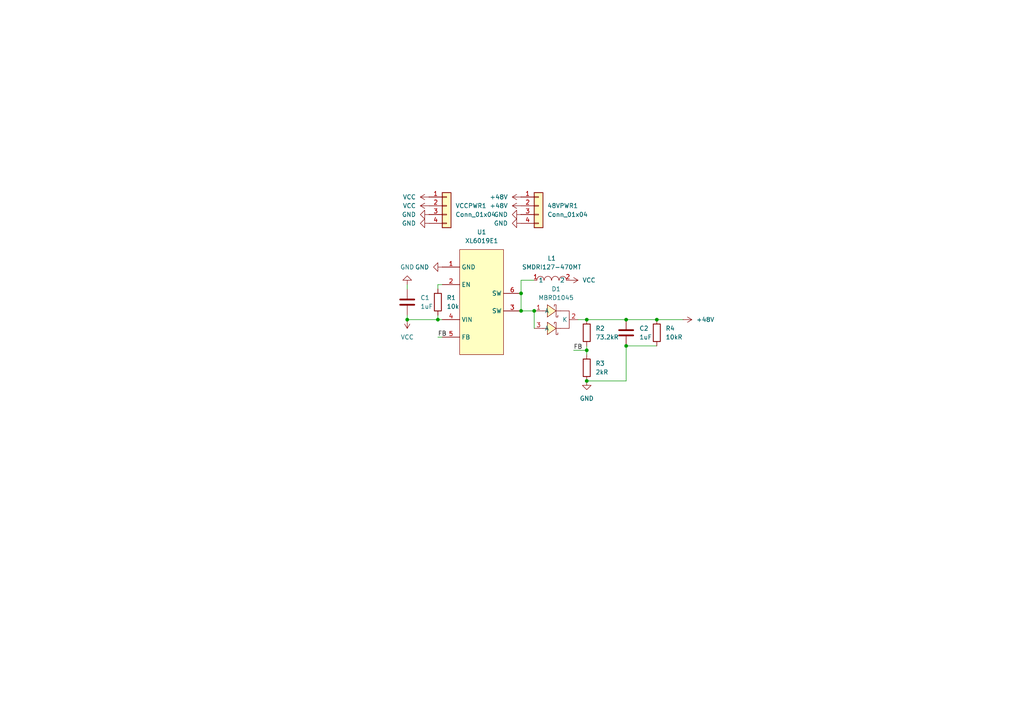
<source format=kicad_sch>
(kicad_sch (version 20231120) (generator "eeschema") (generator_version "8.0")
  (paper "A4")
  (lib_symbols
    (symbol "Connector_Generic:Conn_01x04" (pin_names (offset 1.016) hide)
      (property "Reference" "J" (at 0 5.08 0))
      (property "Value" "Conn_01x04" (at 0 -7.62 0))
      (symbol "Conn_01x04_1_1"
        (rectangle (start -1.27 -4.953) (end 0 -5.207) (stroke (width 0.1524)))
        (rectangle (start -1.27 -2.413) (end 0 -2.667) (stroke (width 0.1524)))
        (rectangle (start -1.27 0.127) (end 0 -0.127) (stroke (width 0.1524)))
        (rectangle (start -1.27 2.667) (end 0 2.413) (stroke (width 0.1524)))
        (rectangle (start -1.27 3.81) (end 1.27 -6.35) (stroke (width 0.254)) (fill (type background)))
        (pin passive line (at -5.08 2.54 0) (length 3.81) (name "Pin_1") (number "1"))
        (pin passive line (at -5.08 0 0) (length 3.81) (name "Pin_2") (number "2"))
        (pin passive line (at -5.08 -2.54 0) (length 3.81) (name "Pin_3") (number "3"))
        (pin passive line (at -5.08 -5.08 0) (length 3.81) (name "Pin_4") (number "4"))
      )
    )
    (symbol "Device:C" (pin_numbers hide) (pin_names (offset 0.254))
      (property "Reference" "C" (at 0.635 2.54 0))
      (property "Value" "C" (at 0.635 -2.54 0))
      (symbol "C_0_1"
        (polyline (pts (xy -2.032 -0.762) (xy 2.032 -0.762)) (stroke (width 0.508)))
        (polyline (pts (xy -2.032 0.762) (xy 2.032 0.762)) (stroke (width 0.508)))
      )
      (symbol "C_1_1"
        (pin passive line (at 0 3.81 270) (length 2.794) (name "~") (number "1"))
        (pin passive line (at 0 -3.81 90) (length 2.794) (name "~") (number "2"))
      )
    )
    (symbol "Device:R" (pin_numbers hide) (pin_names (offset 0))
      (property "Reference" "R" (at 2.032 0 90))
      (property "Value" "R" (at 0 0 90))
      (symbol "R_0_1"
        (rectangle (start -1.016 -2.54) (end 1.016 2.54) (stroke (width 0.254)))
      )
      (symbol "R_1_1"
        (pin passive line (at 0 3.81 270) (length 1.27) (name "~") (number "1"))
        (pin passive line (at 0 -3.81 90) (length 1.27) (name "~") (number "2"))
      )
    )
    (symbol "EasyEDA:MBRD1045"
      (property "Reference" "D" (at 0 7.62 0))
      (property "Value" "MBRD1045" (at 0 -7.62 0))
      (symbol "MBRD1045_0_1"
        (polyline (pts (xy -3.81 -2.54) (xy -2.54 -2.54)))
        (polyline (pts (xy -3.81 2.54) (xy -2.54 2.54)))
        (polyline (pts (xy 0 -2.54) (xy 1.27 -2.54)))
        (polyline (pts (xy 0 2.54) (xy 1.27 2.54)))
        (polyline (pts (xy -2.54 -4.32) (xy 0 -2.54) (xy -2.54 -0.76) (xy -2.54 -4.32)) (fill (type background)))
        (polyline (pts (xy -2.54 0.76) (xy 0 2.54) (xy -2.54 4.32) (xy -2.54 0.76)) (fill (type background)))
        (polyline (pts (xy 1.27 2.54) (xy 3.81 2.54) (xy 3.81 -2.54) (xy 1.27 -2.54)))
        (polyline (pts (xy 0.51 -3.81) (xy 0.51 -4.32) (xy 0 -4.32) (xy 0 -0.76) (xy -0.51 -0.76) (xy -0.51 -1.27)))
        (polyline (pts (xy 0.51 1.27) (xy 0.51 0.76) (xy 0 0.76) (xy 0 4.32) (xy -0.51 4.32) (xy -0.51 3.81)))
        (pin unspecified line (at -6.35 2.54 0) (length 2.54) (name "A") (number "1"))
        (pin unspecified line (at 6.35 0 180) (length 2.54) (name "K") (number "2"))
        (pin unspecified line (at -6.35 -2.54 0) (length 2.54) (name "A") (number "3"))
      )
    )
    (symbol "EasyEDA:SMDRI127-470MT"
      (property "Reference" "L" (at 0 5.08 0))
      (property "Value" "SMDRI127-470MT" (at 0 -5.08 0))
      (symbol "SMDRI127-470MT_0_1"
        (arc (start -4.29 -0.02) (mid -2.52 -0.79) (end -2.27 -0.02))
        (arc (start -2.13 -0.02) (mid -0.36 -0.79) (end -0.11 -0.02))
        (arc (start 0.02 -0.02) (mid 1.79 -0.79) (end 2.04 -0.02))
        (arc (start 2.21 -0.02) (mid 3.3 -1.12) (end 4.23 -0.02))
        (pin unspecified line (at -5.08 0 0) (length 0.762) (name "1") (number "1"))
        (pin unspecified line (at 5.08 0 180) (length 0.762) (name "2") (number "2"))
      )
    )
    (symbol "EasyEDA:XL6019E1"
      (property "Reference" "U" (at 0 15.24 0))
      (property "Value" "XL6019E1" (at 0 -15.24 0))
      (symbol "XL6019E1_0_1"
        (rectangle (start -6.35 15.24) (end 6.35 -15.24) (fill (type background)))
      )
      (symbol "XL6019E1_1_1"
        (pin power_in line (at 11.43 -10.16 180) (length 5.08) (name "GND") (number "1"))
        (pin input line (at 11.43 -5.08 180) (length 5.08) (name "EN") (number "2"))
        (pin power_out line (at -11.43 2.54 0) (length 5.08) (name "SW") (number "3"))
        (pin power_in line (at 11.43 5.08 180) (length 5.08) (name "VIN") (number "4"))
        (pin input line (at 11.43 10.16 180) (length 5.08) (name "FB") (number "5"))
        (pin power_out line (at -11.43 -2.54 0) (length 5.08) (name "SW") (number "6"))
      )
    )
    (symbol "power:+48V" (power) (pin_numbers hide) (pin_names (offset 0) hide)
      (property "Value" "+48V" (at 0 3.556 0))
      (symbol "+48V_0_1"
        (polyline (pts (xy -0.762 1.27) (xy 0 2.54)))
        (polyline (pts (xy 0 0) (xy 0 2.54)))
        (polyline (pts (xy 0 2.54) (xy 0.762 1.27)))
      )
      (symbol "+48V_1_1"
        (pin power_in line (at 0 0 90) (length 0) (name "~") (number "1"))
      )
    )
    (symbol "power:GND" (power) (pin_numbers hide) (pin_names (offset 0) hide)
      (property "Value" "GND" (at 0 -3.81 0))
      (symbol "GND_0_1"
        (polyline (pts (xy 0 0) (xy 0 -1.27) (xy 1.27 -1.27) (xy 0 -2.54) (xy -1.27 -1.27) (xy 0 -1.27)))
      )
      (symbol "GND_1_1"
        (pin power_in line (at 0 0 270) (length 0) (name "~") (number "1"))
      )
    )
    (symbol "power:VCC" (power) (pin_numbers hide) (pin_names (offset 0) hide)
      (property "Value" "VCC" (at 0 3.556 0))
      (symbol "VCC_0_1"
        (polyline (pts (xy -0.762 1.27) (xy 0 2.54)))
        (polyline (pts (xy 0 0) (xy 0 2.54)))
        (polyline (pts (xy 0 2.54) (xy 0.762 1.27)))
      )
      (symbol "VCC_1_1"
        (pin power_in line (at 0 0 90) (length 0) (name "~") (number "1"))
      )
    )
  )
  (junction (at 181.61 100.33))
  (junction (at 154.94 90.17))
  (junction (at 181.61 92.71))
  (junction (at 127 92.71))
  (junction (at 170.18 101.6))
  (junction (at 151.13 85.09))
  (junction (at 170.18 110.49))
  (junction (at 170.18 92.71))
  (junction (at 151.13 90.17))
  (junction (at 118.11 92.71))
  (junction (at 190.5 92.71))
  (wire (pts (xy 166.37 101.6) (xy 170.18 101.6)))
  (wire (pts (xy 167.64 92.71) (xy 170.18 92.71)))
  (wire (pts (xy 118.11 82.55) (xy 118.11 83.82)))
  (wire (pts (xy 181.61 100.33) (xy 181.61 110.49)))
  (wire (pts (xy 181.61 110.49) (xy 170.18 110.49)))
  (wire (pts (xy 151.13 90.17) (xy 154.94 90.17)))
  (wire (pts (xy 170.18 100.33) (xy 170.18 101.6)))
  (wire (pts (xy 118.11 92.71) (xy 127 92.71)))
  (wire (pts (xy 127 83.82) (xy 127 82.55)))
  (wire (pts (xy 170.18 92.71) (xy 181.61 92.71)))
  (wire (pts (xy 127 92.71) (xy 127 91.44)))
  (wire (pts (xy 127 82.55) (xy 128.27 82.55)))
  (wire (pts (xy 190.5 92.71) (xy 198.12 92.71)))
  (wire (pts (xy 154.94 90.17) (xy 154.94 95.25)))
  (wire (pts (xy 181.61 92.71) (xy 190.5 92.71)))
  (wire (pts (xy 128.27 92.71) (xy 127 92.71)))
  (wire (pts (xy 151.13 85.09) (xy 151.13 90.17)))
  (wire (pts (xy 151.13 81.28) (xy 151.13 85.09)))
  (wire (pts (xy 181.61 100.33) (xy 190.5 100.33)))
  (wire (pts (xy 118.11 92.71) (xy 118.11 91.44)))
  (wire (pts (xy 127 97.79) (xy 128.27 97.79)))
  (wire (pts (xy 170.18 101.6) (xy 170.18 102.87)))
  (wire (pts (xy 154.94 81.28) (xy 151.13 81.28)))
  (label "FB" (at 127 97.79 0))
  (label "FB" (at 166.37 101.6 0))
  (symbol (lib_id "Device:R") (at 127 87.63 0) (unit 1)
    (property "Reference" "R1" (at 129.54 86.3599 0) (effects (justify left)))
    (property "Value" "10k" (at 129.54 88.8999 0) (effects (justify left)))
    (property "Footprint" "Resistor_SMD:R_1206_3216Metric_Pad1.30x1.75mm_HandSolder" (effects (hide yes)))
    (property "Description" "Resistor" (effects (hide yes)))
  )
  (symbol (lib_id "power:GND") (at 124.46 64.77 270) (unit 1)
    (property "Reference" "#PWR010" (effects (hide yes)))
    (property "Value" "GND" (at 120.65 64.7699 90) (effects (justify right)))
    (property "Description" "Power symbol creates a global label with name \"GND\" , ground" (effects (hide yes)))
  )
  (symbol (lib_id "EasyEDA:MBRD1045") (at 161.29 92.71 0) (unit 1)
    (property "Reference" "D1" (at 161.29 83.82 0))
    (property "Value" "MBRD1045" (at 161.29 86.36 0))
    (property "Footprint" "EasyEDA:TO-252-3_L6.5-W5.9-P4.60-LS10.0-BL" (effects (hide yes)))
    (property "LCSC Part" "C5137764" (effects (hide yes)))
  )
  (symbol (lib_id "Device:R") (at 190.5 96.52 0) (unit 1)
    (property "Reference" "R4" (at 193.04 95.2499 0) (effects (justify left)))
    (property "Value" "10kR" (at 193.04 97.7899 0) (effects (justify left)))
    (property "Footprint" "Resistor_SMD:R_1206_3216Metric_Pad1.30x1.75mm_HandSolder" (effects (hide yes)))
    (property "Description" "Resistor" (effects (hide yes)))
  )
  (symbol (lib_id "power:GND") (at 151.13 64.77 270) (unit 1)
    (property "Reference" "#PWR014" (effects (hide yes)))
    (property "Value" "GND" (at 147.32 64.7699 90) (effects (justify right)))
    (property "Description" "Power symbol creates a global label with name \"GND\" , ground" (effects (hide yes)))
  )
  (symbol (lib_id "power:VCC") (at 118.11 92.71 180) (unit 1)
    (property "Reference" "#PWR02" (effects (hide yes)))
    (property "Value" "VCC" (at 118.11 97.79 0))
    (property "Description" "Power symbol creates a global label with name \"VCC\"" (effects (hide yes)))
  )
  (symbol (lib_id "power:GND") (at 118.11 82.55 180) (unit 1)
    (property "Reference" "#PWR01" (effects (hide yes)))
    (property "Value" "GND" (at 118.11 77.47 0))
    (property "Description" "Power symbol creates a global label with name \"GND\" , ground" (effects (hide yes)))
  )
  (symbol (lib_id "power:+48V") (at 151.13 59.69 90) (unit 1)
    (property "Reference" "#PWR012" (effects (hide yes)))
    (property "Value" "+48V" (at 147.32 59.6899 90) (effects (justify left)))
    (property "Description" "Power symbol creates a global label with name \"+48V\"" (effects (hide yes)))
  )
  (symbol (lib_id "Connector_Generic:Conn_01x04") (at 156.21 59.69 0) (unit 1)
    (property "Reference" "48VPWR1" (at 158.75 59.6899 0) (effects (justify left)))
    (property "Value" "Conn_01x04" (at 158.75 62.2299 0) (effects (justify left)))
    (property "Footprint" "Connector_PinSocket_2.54mm:PinSocket_1x04_P2.54mm_Vertical" (effects (hide yes)))
    (property "Description" "Generic connector, single row, 01x04, script generated (kicad-library-utils/schlib/autogen/connector/)" (effects (hide yes)))
  )
  (symbol (lib_id "power:GND") (at 124.46 62.23 270) (unit 1)
    (property "Reference" "#PWR09" (effects (hide yes)))
    (property "Value" "GND" (at 120.65 62.2299 90) (effects (justify right)))
    (property "Description" "Power symbol creates a global label with name \"GND\" , ground" (effects (hide yes)))
  )
  (symbol (lib_id "Connector_Generic:Conn_01x04") (at 129.54 59.69 0) (unit 1)
    (property "Reference" "VCCPWR1" (at 132.08 59.6899 0) (effects (justify left)))
    (property "Value" "Conn_01x04" (at 132.08 62.2299 0) (effects (justify left)))
    (property "Footprint" "Connector_PinSocket_2.54mm:PinSocket_1x04_P2.54mm_Vertical" (effects (hide yes)))
    (property "Description" "Generic connector, single row, 01x04, script generated (kicad-library-utils/schlib/autogen/connector/)" (effects (hide yes)))
  )
  (symbol (lib_id "Device:C") (at 181.61 96.52 0) (unit 1)
    (property "Reference" "C2" (at 185.42 95.2499 0) (effects (justify left)))
    (property "Value" "1uF" (at 185.42 97.7899 0) (effects (justify left)))
    (property "Footprint" "Capacitor_SMD:C_1206_3216Metric_Pad1.33x1.80mm_HandSolder" (effects (hide yes)))
    (property "Description" "Unpolarized capacitor" (effects (hide yes)))
  )
  (symbol (lib_id "power:VCC") (at 165.1 81.28 270) (unit 1)
    (property "Reference" "#PWR04" (effects (hide yes)))
    (property "Value" "VCC" (at 168.91 81.2799 90) (effects (justify left)))
    (property "Description" "Power symbol creates a global label with name \"VCC\"" (effects (hide yes)))
  )
  (symbol (lib_id "Device:C") (at 118.11 87.63 0) (unit 1)
    (property "Reference" "C1" (at 121.92 86.3599 0) (effects (justify left)))
    (property "Value" "1uF" (at 121.92 88.8999 0) (effects (justify left)))
    (property "Footprint" "Capacitor_SMD:C_1206_3216Metric_Pad1.33x1.80mm_HandSolder" (effects (hide yes)))
    (property "Description" "Unpolarized capacitor" (effects (hide yes)))
  )
  (symbol (lib_id "power:GND") (at 128.27 77.47 270) (unit 1)
    (property "Reference" "#PWR03" (effects (hide yes)))
    (property "Value" "GND" (at 124.46 77.4699 90) (effects (justify right)))
    (property "Description" "Power symbol creates a global label with name \"GND\" , ground" (effects (hide yes)))
  )
  (symbol (lib_id "power:GND") (at 170.18 110.49 0) (unit 1)
    (property "Reference" "#PWR05" (effects (hide yes)))
    (property "Value" "GND" (at 170.18 115.57 0))
    (property "Description" "Power symbol creates a global label with name \"GND\" , ground" (effects (hide yes)))
  )
  (symbol (lib_id "power:VCC") (at 124.46 59.69 90) (unit 1)
    (property "Reference" "#PWR08" (effects (hide yes)))
    (property "Value" "VCC" (at 120.65 59.6899 90) (effects (justify left)))
    (property "Description" "Power symbol creates a global label with name \"VCC\"" (effects (hide yes)))
  )
  (symbol (lib_id "power:+48V") (at 151.13 57.15 90) (unit 1)
    (property "Reference" "#PWR011" (effects (hide yes)))
    (property "Value" "+48V" (at 147.32 57.1499 90) (effects (justify left)))
    (property "Description" "Power symbol creates a global label with name \"+48V\"" (effects (hide yes)))
  )
  (symbol (lib_id "power:VCC") (at 124.46 57.15 90) (unit 1)
    (property "Reference" "#PWR07" (effects (hide yes)))
    (property "Value" "VCC" (at 120.65 57.1499 90) (effects (justify left)))
    (property "Description" "Power symbol creates a global label with name \"VCC\"" (effects (hide yes)))
  )
  (symbol (lib_id "power:+48V") (at 198.12 92.71 270) (unit 1)
    (property "Reference" "#PWR06" (effects (hide yes)))
    (property "Value" "+48V" (at 201.93 92.7099 90) (effects (justify left)))
    (property "Description" "Power symbol creates a global label with name \"+48V\"" (effects (hide yes)))
  )
  (symbol (lib_id "power:GND") (at 151.13 62.23 270) (unit 1)
    (property "Reference" "#PWR013" (effects (hide yes)))
    (property "Value" "GND" (at 147.32 62.2299 90) (effects (justify right)))
    (property "Description" "Power symbol creates a global label with name \"GND\" , ground" (effects (hide yes)))
  )
  (symbol (lib_id "EasyEDA:XL6019E1") (at 139.7 87.63 180) (unit 1)
    (property "Reference" "U1" (at 139.7 67.31 0))
    (property "Value" "XL6019E1" (at 139.7 69.85 0))
    (property "Footprint" "EasyEDA:TO-263-5_L10.2-W9.9-P1.70-LS14.4-TL" (effects (hide yes)))
    (property "Datasheet" "https://lcsc.com/product-detail/DC-DC-Converters_XL6019E1_C73018.html" (effects (hide yes)))
    (property "LCSC Part" "C73018" (effects (hide yes)))
  )
  (symbol (lib_id "Device:R") (at 170.18 96.52 0) (unit 1)
    (property "Reference" "R2" (at 172.72 95.2499 0) (effects (justify left)))
    (property "Value" "73.2kR" (at 172.72 97.7899 0) (effects (justify left)))
    (property "Footprint" "Resistor_SMD:R_1206_3216Metric_Pad1.30x1.75mm_HandSolder" (effects (hide yes)))
    (property "Description" "Resistor" (effects (hide yes)))
  )
  (symbol (lib_id "Device:R") (at 170.18 106.68 0) (unit 1)
    (property "Reference" "R3" (at 172.72 105.4099 0) (effects (justify left)))
    (property "Value" "2kR" (at 172.72 107.9499 0) (effects (justify left)))
    (property "Footprint" "Resistor_SMD:R_1206_3216Metric_Pad1.30x1.75mm_HandSolder" (effects (hide yes)))
    (property "Description" "Resistor" (effects (hide yes)))
  )
  (symbol (lib_id "EasyEDA:SMDRI127-470MT") (at 160.02 81.28 0) (mirror x) (unit 1)
    (property "Reference" "L1" (at 160.02 74.93 0))
    (property "Value" "SMDRI127-470MT" (at 160.02 77.47 0))
    (property "Footprint" "EasyEDA:IND-SMD_L12.3-W12.3" (effects (hide yes)))
    (property "Datasheet" "https://lcsc.com/product-detail/Power-Inductors_47uH-20_C9906.html" (effects (hide yes)))
    (property "LCSC Part" "C9906" (effects (hide yes)))
  )
)
</source>
